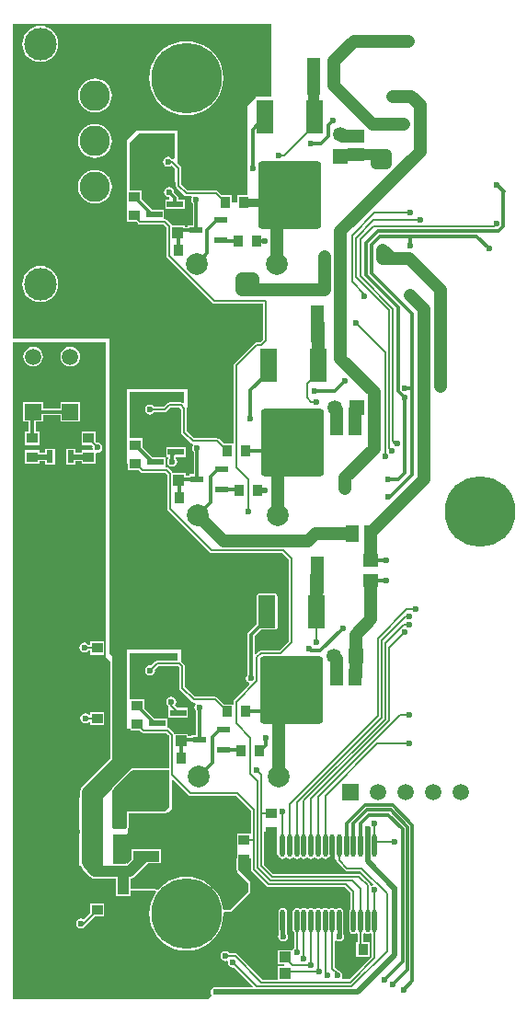
<source format=gbl>
%FSLAX44Y44*%
%MOMM*%
G71*
G01*
G75*
G04 Layer_Physical_Order=2*
G04 Layer_Color=16711680*
%ADD10R,3.0000X1.2000*%
%ADD11R,1.3000X0.8000*%
%ADD12R,1.0000X0.9000*%
%ADD13R,1.8000X1.3000*%
%ADD14R,1.0000X1.0000*%
%ADD15R,1.3000X1.5000*%
%ADD16R,1.5000X1.3000*%
%ADD17R,1.4000X1.2000*%
%ADD18R,1.6000X0.8000*%
%ADD19R,1.3000X3.4000*%
%ADD20R,0.9000X1.0000*%
%ADD21R,1.0000X1.0000*%
G04:AMPARAMS|DCode=22|XSize=1.4mm|YSize=2mm|CornerRadius=0.14mm|HoleSize=0mm|Usage=FLASHONLY|Rotation=0.000|XOffset=0mm|YOffset=0mm|HoleType=Round|Shape=RoundedRectangle|*
%AMROUNDEDRECTD22*
21,1,1.4000,1.7200,0,0,0.0*
21,1,1.1200,2.0000,0,0,0.0*
1,1,0.2800,0.5600,-0.8600*
1,1,0.2800,-0.5600,-0.8600*
1,1,0.2800,-0.5600,0.8600*
1,1,0.2800,0.5600,0.8600*
%
%ADD22ROUNDEDRECTD22*%
G04:AMPARAMS|DCode=23|XSize=1mm|YSize=2mm|CornerRadius=0.1mm|HoleSize=0mm|Usage=FLASHONLY|Rotation=0.000|XOffset=0mm|YOffset=0mm|HoleType=Round|Shape=RoundedRectangle|*
%AMROUNDEDRECTD23*
21,1,1.0000,1.8000,0,0,0.0*
21,1,0.8000,2.0000,0,0,0.0*
1,1,0.2000,0.4000,-0.9000*
1,1,0.2000,-0.4000,-0.9000*
1,1,0.2000,-0.4000,0.9000*
1,1,0.2000,0.4000,0.9000*
%
%ADD23ROUNDEDRECTD23*%
%ADD24R,1.2000X1.4000*%
G04:AMPARAMS|DCode=25|XSize=0.45mm|YSize=1.45mm|CornerRadius=0.045mm|HoleSize=0mm|Usage=FLASHONLY|Rotation=180.000|XOffset=0mm|YOffset=0mm|HoleType=Round|Shape=RoundedRectangle|*
%AMROUNDEDRECTD25*
21,1,0.4500,1.3600,0,0,180.0*
21,1,0.3600,1.4500,0,0,180.0*
1,1,0.0900,-0.1800,0.6800*
1,1,0.0900,0.1800,0.6800*
1,1,0.0900,0.1800,-0.6800*
1,1,0.0900,-0.1800,-0.6800*
%
%ADD25ROUNDEDRECTD25*%
%ADD26R,3.0000X3.1000*%
%ADD27O,1.6500X0.3500*%
%ADD28C,0.2000*%
%ADD29C,0.3500*%
%ADD30C,1.2000*%
%ADD31C,0.5000*%
%ADD32C,1.0000*%
%ADD33C,0.8000*%
%ADD34C,0.4500*%
%ADD35C,0.3000*%
%ADD36R,0.3000X1.4000*%
%ADD37R,1.1000X0.3000*%
%ADD38R,1.0000X0.5000*%
%ADD39R,1.5000X1.5000*%
%ADD40C,1.5000*%
%ADD41C,6.5000*%
%ADD42R,1.5000X1.5000*%
%ADD43R,1.3500X1.3500*%
%ADD44C,1.3500*%
%ADD45R,1.3500X1.3500*%
%ADD46C,2.8000*%
%ADD47C,3.0000*%
%ADD48C,2.0000*%
%ADD49C,0.6000*%
%ADD50C,0.5000*%
%ADD51R,0.6000X1.1500*%
G04:AMPARAMS|DCode=52|XSize=6.2mm|YSize=5.8mm|CornerRadius=0.29mm|HoleSize=0mm|Usage=FLASHONLY|Rotation=90.000|XOffset=0mm|YOffset=0mm|HoleType=Round|Shape=RoundedRectangle|*
%AMROUNDEDRECTD52*
21,1,6.2000,5.2200,0,0,90.0*
21,1,5.6200,5.8000,0,0,90.0*
1,1,0.5800,2.6100,2.8100*
1,1,0.5800,2.6100,-2.8100*
1,1,0.5800,-2.6100,-2.8100*
1,1,0.5800,-2.6100,2.8100*
%
%ADD52ROUNDEDRECTD52*%
G04:AMPARAMS|DCode=53|XSize=3mm|YSize=1.6mm|CornerRadius=0.08mm|HoleSize=0mm|Usage=FLASHONLY|Rotation=90.000|XOffset=0mm|YOffset=0mm|HoleType=Round|Shape=RoundedRectangle|*
%AMROUNDEDRECTD53*
21,1,3.0000,1.4400,0,0,90.0*
21,1,2.8400,1.6000,0,0,90.0*
1,1,0.1600,0.7200,1.4200*
1,1,0.1600,0.7200,-1.4200*
1,1,0.1600,-0.7200,-1.4200*
1,1,0.1600,-0.7200,1.4200*
%
%ADD53ROUNDEDRECTD53*%
%ADD54R,1.5000X0.6000*%
%ADD55R,1.1500X0.6000*%
%ADD56O,0.4500X2.1000*%
%ADD57R,2.4000X1.0000*%
%ADD58R,2.4000X3.3000*%
%ADD59R,1.3000X2.7000*%
G36*
X616476Y538476D02*
X625385D01*
X627680Y536180D01*
X628515Y535622D01*
X629500Y535426D01*
X650934D01*
X652427Y533934D01*
Y503000D01*
X652622Y502015D01*
X653180Y501180D01*
X691704Y462656D01*
X692539Y462098D01*
X693524Y461903D01*
X758458D01*
X764426Y455934D01*
Y380840D01*
X755934Y372347D01*
X738653D01*
X737669Y372151D01*
X736834Y371594D01*
X734012Y368772D01*
X732838Y369258D01*
Y385117D01*
X739151Y391430D01*
X751450D01*
X752357Y391611D01*
X753126Y392124D01*
X753639Y392893D01*
X753820Y393800D01*
Y422200D01*
X753639Y423107D01*
X753126Y423876D01*
X752357Y424389D01*
X751450Y424570D01*
X737050D01*
X736143Y424389D01*
X735375Y423876D01*
X734861Y423107D01*
X734680Y422200D01*
Y396401D01*
X727140Y388860D01*
X726416Y387777D01*
X726162Y386500D01*
Y349647D01*
X725238Y348265D01*
X724887Y346500D01*
X725238Y344735D01*
X726238Y343238D01*
X727735Y342239D01*
X727832Y342219D01*
X728201Y341004D01*
X714180Y326983D01*
X713622Y326149D01*
X713427Y325164D01*
Y322524D01*
X704615D01*
X698320Y328820D01*
X697485Y329378D01*
X696500Y329574D01*
X678066D01*
X668573Y339066D01*
Y358000D01*
X668378Y358985D01*
X667820Y359820D01*
X665296Y362344D01*
X665000Y362541D01*
Y363000D01*
Y373000D01*
X609000D01*
Y544000D01*
X616476D01*
Y538476D01*
D02*
G37*
G36*
X662000Y363097D02*
X643000D01*
X642015Y362902D01*
X641180Y362344D01*
X637351Y358514D01*
X636539Y358676D01*
X634774Y358325D01*
X633277Y357325D01*
X632277Y355828D01*
X631926Y354063D01*
X632277Y352298D01*
X633277Y350802D01*
X634774Y349802D01*
X636539Y349450D01*
X638304Y349802D01*
X639801Y350802D01*
X640800Y352298D01*
X641152Y354063D01*
X640990Y354875D01*
X644066Y357951D01*
X662410D01*
X663427Y356934D01*
Y338000D01*
X663622Y337015D01*
X664180Y336180D01*
X675180Y325180D01*
X676015Y324622D01*
X677000Y324427D01*
X677960D01*
X678738Y323262D01*
X677738Y321765D01*
X677387Y320000D01*
X677738Y318235D01*
X678412Y317227D01*
Y294524D01*
X674476D01*
Y293338D01*
X671524D01*
Y295524D01*
X659384D01*
X659378Y295554D01*
X658820Y296389D01*
X654389Y300820D01*
X653554Y301378D01*
X652570Y301574D01*
X652524D01*
Y310024D01*
X640836D01*
X631524Y319336D01*
Y327524D01*
X618476D01*
D01*
X618476D01*
X618000Y328000D01*
Y370000D01*
X662000D01*
Y363097D01*
D02*
G37*
G36*
X668000Y600299D02*
X666827Y599813D01*
X666820Y599820D01*
X665985Y600378D01*
X665000Y600573D01*
X654000D01*
X653015Y600378D01*
X652180Y599820D01*
X648934Y596573D01*
X640119D01*
X639660Y597262D01*
X638163Y598261D01*
X636398Y598613D01*
X634633Y598261D01*
X633136Y597262D01*
X632136Y595765D01*
X631785Y594000D01*
X632136Y592235D01*
X633136Y590738D01*
X634633Y589739D01*
X636398Y589387D01*
X638163Y589739D01*
X639660Y590738D01*
X640119Y591427D01*
X650000D01*
X650985Y591622D01*
X651820Y592180D01*
X655066Y595426D01*
X663934D01*
X665427Y593934D01*
Y573000D01*
X665622Y572015D01*
X666180Y571180D01*
X674180Y563180D01*
X675015Y562622D01*
X675555Y562515D01*
X676000Y561440D01*
Y561281D01*
X675489Y560515D01*
X675137Y558750D01*
X675489Y556985D01*
X676488Y555488D01*
X676667Y555369D01*
Y534524D01*
X672476D01*
Y533083D01*
X669524D01*
Y535524D01*
X657469D01*
X657378Y535985D01*
X656820Y536820D01*
X653820Y539820D01*
X652985Y540378D01*
X652000Y540573D01*
X650524D01*
Y540976D01*
X650524D01*
Y550024D01*
X638836D01*
X629524Y559336D01*
Y567524D01*
X618000D01*
Y610000D01*
X668000D01*
Y600299D01*
D02*
G37*
G36*
X615476Y770913D02*
Y766476D01*
X624385D01*
X625680Y765180D01*
X626515Y764622D01*
X627500Y764426D01*
X648934D01*
X651426Y761934D01*
Y735538D01*
X651622Y734554D01*
X652180Y733719D01*
X693719Y692180D01*
X694554Y691622D01*
X695538Y691427D01*
X740427D01*
Y658496D01*
X737980Y656049D01*
X734476D01*
X733491Y655854D01*
X732656Y655296D01*
X714180Y636820D01*
X713622Y635985D01*
X713427Y635000D01*
Y562524D01*
X704615D01*
X700320Y566820D01*
X699485Y567378D01*
X698500Y567573D01*
X677066D01*
X670574Y574066D01*
Y595000D01*
X670378Y595985D01*
X670220Y596220D01*
X671000Y597000D01*
Y613000D01*
X615000D01*
Y614000D01*
X614006Y771099D01*
X614302Y771397D01*
X615476Y770913D01*
D02*
G37*
G36*
X672180Y239180D02*
X673015Y238622D01*
X674000Y238426D01*
X715934D01*
X729427Y224934D01*
Y203524D01*
X716476D01*
Y191476D01*
X717000D01*
Y186524D01*
X716476D01*
Y180975D01*
X716350Y180672D01*
Y180672D01*
Y170328D01*
X716476Y170025D01*
Y169697D01*
X716708Y169137D01*
X716940Y168905D01*
X717066Y168601D01*
X727350Y158317D01*
Y158317D01*
Y156667D01*
Y150683D01*
X710317Y133650D01*
X704907D01*
X704875Y133636D01*
X703791Y134299D01*
X703709Y135339D01*
X702459Y140547D01*
X700409Y145494D01*
X697611Y150061D01*
X694133Y154133D01*
X690061Y157611D01*
X685494Y160409D01*
X680546Y162459D01*
X675339Y163709D01*
X670000Y164129D01*
X664661Y163709D01*
X659454Y162459D01*
X654506Y160409D01*
X649939Y157611D01*
X645867Y154133D01*
X644045Y152000D01*
X642900D01*
X642831Y152166D01*
X642443Y152327D01*
X642113Y152588D01*
X641881Y152560D01*
X641665Y152650D01*
X618580D01*
Y162511D01*
X619405Y162620D01*
X620992Y163277D01*
X622355Y164323D01*
X634508Y176476D01*
X646524D01*
Y189524D01*
X633428D01*
X633000Y189580D01*
X631726D01*
X631299Y189524D01*
X619476D01*
Y180056D01*
X615703Y176283D01*
X614516Y176734D01*
X613000Y202000D01*
X616000Y203000D01*
Y206976D01*
X616524D01*
Y208697D01*
X616650Y209000D01*
Y222350D01*
X650000D01*
X650825Y222692D01*
X651166Y222834D01*
X651333Y223000D01*
X653000D01*
X657000Y227000D01*
Y252701D01*
X658173Y253187D01*
X672180Y239180D01*
D02*
G37*
G36*
X596000Y655000D02*
X596000D01*
X596000Y655000D01*
Y366500D01*
X600000Y362500D01*
Y272732D01*
X574134Y246866D01*
X572928Y245294D01*
X572549Y244379D01*
X572170Y243464D01*
X571911Y241500D01*
X571911Y241500D01*
Y237024D01*
X571476D01*
Y206976D01*
X571911D01*
Y204024D01*
X571476D01*
Y173976D01*
X573120D01*
X573144Y173797D01*
X573801Y172210D01*
X574847Y170847D01*
X581371Y164323D01*
X582734Y163277D01*
D01*
D01*
Y163277D01*
X582734Y163277D01*
D01*
D01*
X582734D01*
Y163277D01*
D01*
X582734D01*
Y163277D01*
X584321Y162620D01*
X586024Y162396D01*
X605420D01*
Y155000D01*
X605476Y154572D01*
Y146476D01*
X618524D01*
Y151000D01*
X641535D01*
X641646Y150969D01*
X641700Y150915D01*
X641734Y150834D01*
X641734Y150834D01*
X641734D01*
X642389Y150061D01*
X639591Y145494D01*
X637541Y140547D01*
X636291Y135339D01*
X635871Y130000D01*
X636291Y124661D01*
X637541Y119453D01*
X639591Y114506D01*
X642389Y109939D01*
X645867Y105867D01*
X649939Y102389D01*
X654506Y99591D01*
X659454Y97541D01*
X664661Y96291D01*
X670000Y95871D01*
X675339Y96291D01*
X680546Y97541D01*
X685494Y99591D01*
X690061Y102389D01*
X694133Y105867D01*
X697611Y109939D01*
X700409Y114506D01*
X702459Y119453D01*
X703709Y124661D01*
X704129Y130000D01*
X704045Y131067D01*
X704907Y132000D01*
X711000D01*
X729000Y150000D01*
Y156667D01*
Y159000D01*
X729000D01*
X728517Y159483D01*
X728517Y159483D01*
X718446Y169554D01*
X718232Y169768D01*
X718000Y170328D01*
Y170656D01*
Y180344D01*
X718000Y180344D01*
Y180672D01*
X718126Y180975D01*
Y181000D01*
X729427D01*
Y171000D01*
X729622Y170015D01*
X730180Y169180D01*
X744180Y155180D01*
X745015Y154622D01*
X746000Y154426D01*
X815934D01*
X821177Y149184D01*
Y134569D01*
X821029Y134471D01*
X820195Y133223D01*
X819902Y131750D01*
Y115250D01*
X820195Y113777D01*
X821029Y112529D01*
X822278Y111695D01*
X823750Y111402D01*
X825223Y111695D01*
X826471Y112529D01*
D01*
X827677Y111723D01*
Y103524D01*
X826476D01*
Y90476D01*
X838524D01*
Y103524D01*
X832823D01*
Y111723D01*
X834029Y112529D01*
D01*
X835277Y111695D01*
X836750Y111402D01*
X838223Y111695D01*
X839471Y112529D01*
D01*
X840677Y111723D01*
Y90316D01*
X820361Y70000D01*
X813782D01*
X813183Y71120D01*
X813260Y71235D01*
X813611Y73000D01*
X813260Y74765D01*
X812260Y76262D01*
X810764Y77261D01*
X810282Y77357D01*
X806824Y80816D01*
Y105086D01*
X807943Y105684D01*
X808985Y104988D01*
X810750Y104637D01*
X812515Y104988D01*
X814012Y105988D01*
X815012Y107485D01*
X815363Y109250D01*
X815012Y111015D01*
X814598Y111634D01*
Y123500D01*
X814598Y123500D01*
X814598Y123500D01*
Y123500D01*
Y131750D01*
X814305Y133223D01*
X813471Y134471D01*
X812223Y135305D01*
X810750Y135598D01*
X809277Y135305D01*
X808029Y134471D01*
X806971D01*
X805723Y135305D01*
X804250Y135598D01*
X802777Y135305D01*
X801529Y134471D01*
X800471D01*
X799223Y135305D01*
X797750Y135598D01*
X796277Y135305D01*
X795029Y134471D01*
X793971D01*
X792723Y135305D01*
X791250Y135598D01*
X789778Y135305D01*
X788529Y134471D01*
X787471D01*
X786223Y135305D01*
X784750Y135598D01*
X783278Y135305D01*
X782029Y134471D01*
X780971D01*
X779723Y135305D01*
X778250Y135598D01*
X776777Y135305D01*
X775529Y134471D01*
X774471D01*
X773223Y135305D01*
X771750Y135598D01*
X770277Y135305D01*
X769029Y134471D01*
X768195Y133223D01*
X767902Y131750D01*
Y115250D01*
X768195Y113777D01*
X769029Y112529D01*
X769177Y112430D01*
Y98397D01*
X768262Y97786D01*
X767419Y96524D01*
X754476D01*
Y83476D01*
X759639D01*
Y83000D01*
Y81524D01*
X754476D01*
Y69573D01*
X739878D01*
X716632Y92820D01*
X715797Y93378D01*
X714812Y93573D01*
X709721D01*
X709262Y94262D01*
X707765Y95261D01*
X706000Y95613D01*
X704235Y95261D01*
X702738Y94262D01*
X701739Y92765D01*
X701387Y91000D01*
X701739Y89235D01*
X702738Y87738D01*
X704235Y86739D01*
X706000Y86387D01*
X707652Y86716D01*
X708038Y86330D01*
X708511Y85622D01*
X708387Y85000D01*
X708738Y83235D01*
X709738Y81738D01*
X711235Y80738D01*
X713000Y80387D01*
X713812Y80549D01*
X731108Y63252D01*
X730622Y62079D01*
X699039D01*
X698765Y62262D01*
X697000Y62613D01*
X695235Y62262D01*
X693738Y61262D01*
X692738Y59765D01*
X692387Y58000D01*
X692738Y56235D01*
X693738Y54738D01*
X693743Y54695D01*
X690048Y51000D01*
X510000D01*
Y656000D01*
X595586D01*
X596000Y655000D01*
D02*
G37*
G36*
X654000Y228000D02*
X650000Y224000D01*
X615000D01*
Y209000D01*
X602000D01*
Y233000D01*
Y243667D01*
X602835Y244502D01*
X602961Y244805D01*
X603192Y245037D01*
X603302Y245302D01*
X619198Y261198D01*
X619373Y261270D01*
X619373Y261270D01*
X619373D01*
X619463Y261308D01*
X619695Y261539D01*
X619998Y261665D01*
X620333Y262000D01*
X654000D01*
Y228000D01*
D02*
G37*
G36*
X745528Y204264D02*
X743000Y203000D01*
X753000D01*
Y185000D01*
X755000Y183000D01*
X755151D01*
X755195Y182777D01*
X756029Y181529D01*
X757278Y180695D01*
X758750Y180402D01*
X760223Y180695D01*
X761471Y181529D01*
X762529D01*
X763777Y180695D01*
X765250Y180402D01*
X766723Y180695D01*
X767971Y181529D01*
X769029D01*
X770277Y180695D01*
X771750Y180402D01*
X773223Y180695D01*
X774471Y181529D01*
X775529D01*
X776777Y180695D01*
X778250Y180402D01*
X779723Y180695D01*
X780971Y181529D01*
X782029D01*
X783278Y180695D01*
X784750Y180402D01*
X786223Y180695D01*
X787471Y181529D01*
X788529D01*
X789778Y180695D01*
X791250Y180402D01*
X792723Y180695D01*
X793971Y181529D01*
X795029D01*
X796277Y180695D01*
X797750Y180402D01*
X799223Y180695D01*
X800471Y181529D01*
X801305Y182777D01*
X801349Y183000D01*
X804250D01*
X808220Y179030D01*
X808372Y178265D01*
X808930Y177430D01*
X816180Y170180D01*
X817015Y169622D01*
X818000Y169427D01*
X829934D01*
X842087Y157273D01*
X841719Y156058D01*
X841485Y156011D01*
X840443Y155316D01*
X839324Y155914D01*
Y156250D01*
X839324Y156250D01*
X839324Y156250D01*
Y156250D01*
X839324D01*
X839324Y156250D01*
X839128Y157235D01*
X838570Y158070D01*
X830772Y165868D01*
X829937Y166425D01*
X828952Y166621D01*
X750018D01*
X741621Y175018D01*
Y205500D01*
X745236D01*
X745528Y204264D01*
D02*
G37*
G36*
X748000Y882000D02*
X731000D01*
X726000Y877000D01*
Y850000D01*
Y791524D01*
X716476D01*
Y785000D01*
X711524D01*
Y791524D01*
X702616D01*
X699320Y794820D01*
X698485Y795378D01*
X697500Y795573D01*
X671066D01*
X665573Y801066D01*
Y816000D01*
X665378Y816985D01*
X664820Y817820D01*
X662000Y820639D01*
Y852000D01*
X617000D01*
X609000Y844000D01*
Y654000D01*
X604000D01*
Y300000D01*
X618476D01*
Y298476D01*
X627385D01*
X628680Y297180D01*
X629515Y296622D01*
X630500Y296427D01*
X651504D01*
X654427Y293503D01*
Y264000D01*
X620000D01*
X618831Y262831D01*
X618742Y262794D01*
X618205Y262572D01*
X616634Y261366D01*
X616634Y261366D01*
X603134Y247866D01*
X601928Y246294D01*
X601669Y245669D01*
X593000Y237000D01*
Y192000D01*
Y172000D01*
Y166000D01*
X586000D01*
X576000Y176000D01*
Y244000D01*
Y246000D01*
X602000Y272000D01*
Y367000D01*
X599000Y370000D01*
Y372000D01*
Y654000D01*
Y659000D01*
X510000D01*
Y949000D01*
X748000D01*
Y882000D01*
D02*
G37*
G36*
X659000Y825897D02*
X657985Y824378D01*
X657000Y824574D01*
X656719D01*
X656260Y825260D01*
X654764Y826260D01*
X652999Y826611D01*
X651234Y826260D01*
X649737Y825260D01*
X648737Y823764D01*
X648386Y821998D01*
X648737Y820233D01*
X649737Y818737D01*
X651234Y817737D01*
X652999Y817386D01*
X654764Y817737D01*
X656260Y818737D01*
X656591Y818769D01*
X659000Y816361D01*
Y804000D01*
X660426Y802573D01*
Y800000D01*
X660622Y799015D01*
X661180Y798180D01*
X668180Y791180D01*
X669015Y790622D01*
X670000Y790426D01*
X674501D01*
X675100Y789306D01*
X674738Y788765D01*
X674387Y787000D01*
X674738Y785235D01*
X675738Y783738D01*
X675917Y783619D01*
Y763524D01*
X671476D01*
Y762083D01*
X668524D01*
Y763524D01*
X656469D01*
X656378Y763985D01*
X655820Y764820D01*
X651820Y768820D01*
X650985Y769378D01*
X650000Y769573D01*
X649524D01*
Y778024D01*
X638197D01*
X628524Y787697D01*
Y795524D01*
X618000D01*
Y840000D01*
X626000Y848000D01*
X659000D01*
Y825897D01*
D02*
G37*
%LPC*%
G36*
X586000Y856599D02*
X582957Y856299D01*
X580031Y855412D01*
X577334Y853970D01*
X574970Y852030D01*
X573030Y849666D01*
X571588Y846970D01*
X570701Y844043D01*
X570401Y841000D01*
X570701Y837957D01*
X571588Y835031D01*
X573030Y832334D01*
X574970Y829970D01*
X577334Y828030D01*
X580031Y826588D01*
X582957Y825701D01*
X586000Y825401D01*
X589043Y825701D01*
X591969Y826588D01*
X594666Y828030D01*
X597030Y829970D01*
X598804Y832131D01*
X599000Y832061D01*
Y832389D01*
X600412Y835031D01*
X601299Y837957D01*
X601599Y841000D01*
X601299Y844043D01*
X600412Y846970D01*
X599000Y849611D01*
Y849939D01*
X598804Y849869D01*
X597030Y852030D01*
X594666Y853970D01*
X591969Y855412D01*
X589043Y856299D01*
X586000Y856599D01*
D02*
G37*
G36*
X594524Y315524D02*
X581476D01*
Y314073D01*
X580262Y313262D01*
X578765Y314261D01*
X577000Y314613D01*
X575235Y314261D01*
X573738Y313262D01*
X572738Y311765D01*
X572387Y310000D01*
X572738Y308235D01*
X573738Y306738D01*
X575235Y305739D01*
X577000Y305387D01*
X578765Y305739D01*
X580262Y306738D01*
X581476Y305927D01*
Y303476D01*
X594524D01*
Y315524D01*
D02*
G37*
G36*
X656000Y329613D02*
X654235Y329262D01*
X652738Y328262D01*
X651739Y326765D01*
X651387Y325000D01*
X651739Y323235D01*
X652738Y321738D01*
X653477Y321245D01*
X653622Y320515D01*
X654180Y319680D01*
Y319680D01*
X653476Y319524D01*
X653476D01*
Y310476D01*
X671524D01*
Y319524D01*
X661615D01*
X659317Y321822D01*
X660262Y323235D01*
X660613Y325000D01*
X660262Y326765D01*
X659262Y328262D01*
X657765Y329262D01*
X656000Y329613D01*
D02*
G37*
G36*
X535500Y947104D02*
X532261Y946785D01*
X529146Y945840D01*
X526275Y944306D01*
X523759Y942241D01*
X521694Y939725D01*
X520160Y936854D01*
X519215Y933739D01*
X518896Y930500D01*
X519215Y927261D01*
X520160Y924146D01*
X521694Y921275D01*
X523759Y918759D01*
X526275Y916694D01*
X529146Y915160D01*
X532261Y914215D01*
X535500Y913896D01*
X538739Y914215D01*
X541854Y915160D01*
X544725Y916694D01*
X547241Y918759D01*
X549306Y921275D01*
X550840Y924146D01*
X551785Y927261D01*
X552104Y930500D01*
X551785Y933739D01*
X550840Y936854D01*
X549306Y939725D01*
X547241Y942241D01*
X544725Y944306D01*
X541854Y945840D01*
X538739Y946785D01*
X535500Y947104D01*
D02*
G37*
G36*
X758750Y135598D02*
X757278Y135305D01*
X756096Y134516D01*
D01*
X756029Y134471D01*
X755195Y133223D01*
X754902Y131750D01*
Y123500D01*
Y115250D01*
Y111010D01*
X754738Y110765D01*
X754387Y109000D01*
X754738Y107235D01*
X755738Y105738D01*
X757235Y104739D01*
X759000Y104387D01*
X759000Y104387D01*
X759000Y104387D01*
X760765Y104739D01*
X762262Y105738D01*
X763261Y107235D01*
X763613Y109000D01*
X763261Y110765D01*
X762598Y111758D01*
Y123500D01*
Y131750D01*
X762305Y133223D01*
X761471Y134471D01*
X760223Y135305D01*
X758750Y135598D01*
D02*
G37*
G36*
X594524Y139524D02*
X581476D01*
Y130615D01*
X575579Y124718D01*
X574765Y125261D01*
X573000Y125613D01*
X571235Y125261D01*
X569738Y124262D01*
X568739Y122765D01*
X568387Y121000D01*
X568739Y119235D01*
X569738Y117738D01*
X571235Y116739D01*
X573000Y116387D01*
X574765Y116739D01*
X576262Y117738D01*
X577149Y119066D01*
X577320Y119180D01*
X585615Y127476D01*
X594524D01*
Y139524D01*
D02*
G37*
G36*
X670000Y933129D02*
X664661Y932709D01*
X659454Y931459D01*
X654506Y929409D01*
X649939Y926611D01*
X645867Y923133D01*
X642389Y919061D01*
X639591Y914494D01*
X637541Y909547D01*
X636291Y904339D01*
X635871Y899000D01*
X636291Y893661D01*
X637541Y888454D01*
X639591Y883506D01*
X642389Y878939D01*
X645867Y874867D01*
X649939Y871389D01*
X654506Y868591D01*
X659454Y866541D01*
X664661Y865291D01*
X670000Y864871D01*
X675339Y865291D01*
X680546Y866541D01*
X685494Y868591D01*
X690061Y871389D01*
X694133Y874867D01*
X697611Y878939D01*
X700409Y883506D01*
X702459Y888454D01*
X703709Y893661D01*
X704129Y899000D01*
X703709Y904339D01*
X702459Y909547D01*
X700409Y914494D01*
X697611Y919061D01*
X694133Y923133D01*
X690061Y926611D01*
X685494Y929409D01*
X680546Y931459D01*
X675339Y932709D01*
X670000Y933129D01*
D02*
G37*
G36*
X586000Y898599D02*
X582957Y898299D01*
X580031Y897412D01*
X577334Y895970D01*
X574970Y894030D01*
X573030Y891666D01*
X571588Y888969D01*
X570701Y886043D01*
X570401Y883000D01*
X570701Y879957D01*
X571588Y877030D01*
X573030Y874334D01*
X574970Y871970D01*
X577334Y870030D01*
X580031Y868588D01*
X582957Y867701D01*
X586000Y867401D01*
X589043Y867701D01*
X591969Y868588D01*
X594666Y870030D01*
X597030Y871970D01*
X598804Y874131D01*
X599000Y874061D01*
Y874389D01*
X600412Y877030D01*
X601299Y879957D01*
X601599Y883000D01*
X601299Y886043D01*
X600412Y888969D01*
X599000Y891611D01*
Y891939D01*
X598804Y891869D01*
X597030Y894030D01*
X594666Y895970D01*
X591969Y897412D01*
X589043Y898299D01*
X586000Y898599D01*
D02*
G37*
G36*
Y814599D02*
X582957Y814299D01*
X580031Y813412D01*
X577334Y811970D01*
X574970Y810030D01*
X573030Y807666D01*
X571588Y804969D01*
X570701Y802043D01*
X570401Y799000D01*
X570701Y795957D01*
X571588Y793030D01*
X573030Y790334D01*
X574970Y787970D01*
X577334Y786030D01*
X580031Y784588D01*
X582957Y783701D01*
X586000Y783401D01*
X589043Y783701D01*
X591969Y784588D01*
X594666Y786030D01*
X597030Y787970D01*
X598804Y790131D01*
X599000Y790061D01*
Y790389D01*
X600412Y793030D01*
X601299Y795957D01*
X601599Y799000D01*
X601299Y802043D01*
X600412Y804969D01*
X599000Y807611D01*
Y807939D01*
X598804Y807869D01*
X597030Y810030D01*
X594666Y811970D01*
X591969Y813412D01*
X589043Y814299D01*
X586000Y814599D01*
D02*
G37*
G36*
X529000Y651902D02*
X526644Y651592D01*
X524449Y650682D01*
X522564Y649236D01*
X521118Y647351D01*
X520208Y645156D01*
X519898Y642800D01*
X520208Y640444D01*
X521118Y638249D01*
X522564Y636364D01*
X524449Y634918D01*
X526644Y634008D01*
X529000Y633698D01*
X531356Y634008D01*
X533551Y634918D01*
X535436Y636364D01*
X536882Y638249D01*
X537792Y640444D01*
X538102Y642800D01*
X537792Y645156D01*
X536882Y647351D01*
X535436Y649236D01*
X533551Y650682D01*
X531356Y651592D01*
X529000Y651902D01*
D02*
G37*
G36*
X654000Y798613D02*
X652235Y798261D01*
X650738Y797262D01*
X649738Y795765D01*
X649387Y794000D01*
X649738Y792235D01*
X650738Y790738D01*
X652235Y789738D01*
X653820Y789423D01*
X654419Y788303D01*
X654096Y787524D01*
X650476D01*
Y778476D01*
X668524D01*
Y787524D01*
X662838D01*
Y788500D01*
X662584Y789777D01*
X661860Y790860D01*
X658586Y794135D01*
X658261Y795765D01*
X657262Y797262D01*
X655765Y798261D01*
X654000Y798613D01*
D02*
G37*
G36*
X535500Y726104D02*
X532261Y725785D01*
X529146Y724840D01*
X526275Y723306D01*
X523759Y721241D01*
X521694Y718725D01*
X520160Y715854D01*
X519215Y712739D01*
X518896Y709500D01*
X519215Y706261D01*
X520160Y703146D01*
X521694Y700275D01*
X523759Y697759D01*
X526275Y695694D01*
X529146Y694160D01*
X532261Y693215D01*
X535500Y692896D01*
X538739Y693215D01*
X541854Y694160D01*
X544725Y695694D01*
X547241Y697759D01*
X549306Y700275D01*
X550840Y703146D01*
X551785Y706261D01*
X552104Y709500D01*
X551785Y712739D01*
X550840Y715854D01*
X549306Y718725D01*
X547241Y721241D01*
X544725Y723306D01*
X541854Y724840D01*
X538739Y725785D01*
X535500Y726104D01*
D02*
G37*
G36*
X563000Y651902D02*
X560644Y651592D01*
X558449Y650682D01*
X556564Y649236D01*
X555118Y647351D01*
X554208Y645156D01*
X553898Y642800D01*
X554208Y640444D01*
X555118Y638249D01*
X556564Y636364D01*
X558449Y634918D01*
X560644Y634008D01*
X563000Y633698D01*
X565356Y634008D01*
X567551Y634918D01*
X569436Y636364D01*
X570882Y638249D01*
X571792Y640444D01*
X572102Y642800D01*
X571792Y645156D01*
X570882Y647351D01*
X569436Y649236D01*
X567551Y650682D01*
X565356Y651592D01*
X563000Y651902D01*
D02*
G37*
G36*
X572024Y601024D02*
X553976D01*
Y595083D01*
X538024D01*
Y601024D01*
X519976D01*
Y582976D01*
X524917D01*
Y573524D01*
X521476D01*
Y561476D01*
X534524D01*
Y573524D01*
X531083D01*
Y582976D01*
X538024D01*
Y588917D01*
X553976D01*
Y582976D01*
X572024D01*
Y601024D01*
D02*
G37*
G36*
X669524Y559524D02*
X651476D01*
Y550476D01*
X653662D01*
Y549147D01*
X652738Y547765D01*
X652387Y546000D01*
X652738Y544235D01*
X653738Y542738D01*
X655235Y541739D01*
X657000Y541387D01*
X658765Y541739D01*
X660262Y542738D01*
X661262Y544235D01*
X661613Y546000D01*
X661262Y547765D01*
X660338Y549147D01*
Y550117D01*
X660697Y550476D01*
X669524D01*
Y559524D01*
D02*
G37*
G36*
X594524Y380524D02*
X581476D01*
Y377074D01*
X580056D01*
X579262Y378262D01*
X577765Y379262D01*
X576000Y379613D01*
X574235Y379262D01*
X572738Y378262D01*
X571739Y376765D01*
X571387Y375000D01*
X571739Y373235D01*
X572738Y371738D01*
X574235Y370738D01*
X576000Y370387D01*
X577765Y370738D01*
X579262Y371738D01*
X579387Y371927D01*
X581476D01*
Y368476D01*
X594524D01*
Y380524D01*
D02*
G37*
G36*
X549024Y558024D02*
X539976D01*
Y554603D01*
X534524D01*
Y556524D01*
X521476D01*
Y544476D01*
X534524D01*
Y546397D01*
X539976D01*
Y543476D01*
X549024D01*
Y558024D01*
D02*
G37*
G36*
X586524Y573524D02*
X573476D01*
Y561476D01*
X582385D01*
X583631Y560230D01*
X583386Y558999D01*
X583683Y557506D01*
X582878Y556524D01*
X573476D01*
Y554603D01*
X568024D01*
Y558024D01*
X558976D01*
Y543476D01*
X568024D01*
Y546397D01*
X573476D01*
Y544476D01*
X586524D01*
Y553679D01*
X587506Y554484D01*
X587999Y554386D01*
X589764Y554737D01*
X591260Y555737D01*
X592260Y557234D01*
X592611Y558999D01*
X592260Y560764D01*
X591260Y562261D01*
X589764Y563260D01*
X587999Y563611D01*
X587606Y563533D01*
X586524Y564615D01*
Y573524D01*
D02*
G37*
%LPD*%
D12*
X528000Y567500D02*
D03*
Y550500D02*
D03*
X580000Y550500D02*
D03*
Y567500D02*
D03*
X612000Y152500D02*
D03*
Y135500D02*
D03*
X622000Y772500D02*
D03*
Y789500D02*
D03*
X623000Y544500D02*
D03*
Y561500D02*
D03*
X625000Y304500D02*
D03*
Y321500D02*
D03*
X748000Y205500D02*
D03*
Y222500D02*
D03*
X723000Y180500D02*
D03*
Y197500D02*
D03*
X588000Y309500D02*
D03*
Y292500D02*
D03*
Y374500D02*
D03*
Y357500D02*
D03*
Y133500D02*
D03*
Y116500D02*
D03*
D14*
X646000Y757000D02*
D03*
X662000D02*
D03*
X647000Y529000D02*
D03*
X663000D02*
D03*
X649000Y289000D02*
D03*
X665000D02*
D03*
X745000Y90000D02*
D03*
X761000D02*
D03*
X745000Y75000D02*
D03*
X761000D02*
D03*
D15*
X825500Y578000D02*
D03*
X808500D02*
D03*
X839500Y480000D02*
D03*
X822500D02*
D03*
X825500Y348000D02*
D03*
X808500D02*
D03*
D16*
X826000Y828500D02*
D03*
Y845500D02*
D03*
D17*
X840000Y437000D02*
D03*
Y455000D02*
D03*
D19*
X728500Y901000D02*
D03*
X787500D02*
D03*
X731500Y673000D02*
D03*
X790500D02*
D03*
X731500Y442000D02*
D03*
X790500D02*
D03*
D20*
X722500Y785000D02*
D03*
X705500D02*
D03*
X671750Y809000D02*
D03*
X654750D02*
D03*
X662500Y741000D02*
D03*
X645500D02*
D03*
X734500Y749000D02*
D03*
X717500D02*
D03*
X676500Y590000D02*
D03*
X659500D02*
D03*
X663500Y513000D02*
D03*
X646500D02*
D03*
X724500Y556000D02*
D03*
X707500D02*
D03*
X735500Y520000D02*
D03*
X718500D02*
D03*
X674500Y353000D02*
D03*
X657500D02*
D03*
X665500Y273000D02*
D03*
X648500D02*
D03*
X724500Y316000D02*
D03*
X707500D02*
D03*
X737500Y280000D02*
D03*
X720500D02*
D03*
X815500Y97000D02*
D03*
X832500D02*
D03*
D28*
X843142Y775000D02*
X876000D01*
X826000Y674000D02*
X853000Y647000D01*
X580000Y567500D02*
X587999Y559501D01*
Y558999D02*
Y559501D01*
Y558999D02*
X587999D01*
X717000Y241000D02*
X732000Y226000D01*
X674000Y241000D02*
X717000D01*
X657000Y258000D02*
X674000Y241000D01*
X657000Y258000D02*
Y294569D01*
X843250Y123500D02*
Y151750D01*
X844000Y196000D02*
X862000D01*
X854524Y95540D02*
Y148476D01*
X831000Y172000D02*
X854524Y148476D01*
X818000Y172000D02*
X831000D01*
X723000Y197500D02*
X731500D01*
X739548Y222500D02*
X748000D01*
X830250Y99250D02*
Y123500D01*
X748952Y164048D02*
X828952D01*
X739048Y173952D02*
X748952Y164048D01*
X739048Y173952D02*
Y257952D01*
X747476Y160524D02*
X822476D01*
X735524Y172476D02*
X747476Y160524D01*
X735524Y172476D02*
Y252476D01*
X746000Y157000D02*
X817000D01*
X732000Y171000D02*
X746000Y157000D01*
X732000Y171000D02*
Y226000D01*
X729000Y259000D02*
X735524Y252476D01*
X735000Y262000D02*
X739048Y257952D01*
X729000Y259000D02*
Y292000D01*
X716000Y305000D02*
X729000Y292000D01*
X758750Y192500D02*
Y223750D01*
X843250Y89250D02*
Y123500D01*
X873000Y410000D02*
X881000D01*
X846000Y383000D02*
X873000Y410000D01*
X846000Y312000D02*
Y383000D01*
X872000Y404000D02*
X874999D01*
X849524Y381524D02*
X872000Y404000D01*
X849524Y310540D02*
Y381524D01*
X870000Y396000D02*
X875000D01*
X853048Y379048D02*
X870000Y396000D01*
X853048Y309081D02*
Y379048D01*
X856572Y374572D02*
X871000Y389000D01*
X856572Y307621D02*
Y374572D01*
X836750Y123500D02*
Y156250D01*
X828952Y164048D02*
X836750Y156250D01*
X727000Y500000D02*
Y530000D01*
X716000Y541000D02*
X727000Y530000D01*
X716000Y541000D02*
Y635000D01*
X734476Y653476D01*
X739045D02*
X743000Y657430D01*
Y693000D01*
X734476Y653476D02*
X739045D01*
X742000Y694000D02*
X743000Y693000D01*
X695538Y694000D02*
X742000D01*
X654000Y735538D02*
X695538Y694000D01*
X830250Y123500D02*
Y152750D01*
X822476Y160524D02*
X830250Y152750D01*
X716000Y305000D02*
Y325164D01*
X735024Y344188D02*
Y366145D01*
X738653Y369774D01*
X716000Y325164D02*
X735024Y344188D01*
X738653Y369774D02*
X757000D01*
X767000Y379774D01*
Y457000D01*
X759524Y464476D02*
X767000Y457000D01*
X693524Y464476D02*
X759524D01*
X655000Y503000D02*
X693524Y464476D01*
X823750Y123500D02*
Y150250D01*
X817000Y157000D02*
X823750Y150250D01*
X654000Y735538D02*
Y763000D01*
X650000Y767000D02*
X654000Y763000D01*
X627500Y767000D02*
X650000D01*
X622000Y772500D02*
X627500Y767000D01*
X655000Y503000D02*
Y535000D01*
X652000Y538000D02*
X655000Y535000D01*
X629500Y538000D02*
X652000D01*
X623000Y544500D02*
X629500Y538000D01*
X652570Y299000D02*
X657000Y294569D01*
X630500Y299000D02*
X652570D01*
X625000Y304500D02*
X630500Y299000D01*
X771750Y94750D02*
Y123500D01*
X771524Y94524D02*
X771750Y94750D01*
X778000Y89000D02*
Y123250D01*
X784750Y83250D02*
Y123500D01*
Y83250D02*
X785000Y83000D01*
X791250Y77750D02*
Y123500D01*
Y77750D02*
X792000Y77000D01*
X845918Y287000D02*
X875000D01*
X797750Y238832D02*
X845918Y287000D01*
X797750Y192500D02*
Y238832D01*
X866935Y313000D02*
X875000D01*
X791250Y237315D02*
X866935Y313000D01*
X791250Y192500D02*
Y237315D01*
X784750Y192500D02*
Y235799D01*
X778250Y192500D02*
Y234283D01*
X771750Y192500D02*
Y232766D01*
X765250Y231250D02*
X846000Y312000D01*
X765250Y192500D02*
Y231250D01*
X784750Y235799D02*
X856572Y307621D01*
X778250Y234283D02*
X853048Y309081D01*
X771750Y232766D02*
X849524Y310540D01*
X874998Y403999D02*
X874999Y404000D01*
X862049Y562999D02*
X863998D01*
X860048Y565000D02*
X862049Y562999D01*
X860048Y565000D02*
Y686600D01*
X856524Y558473D02*
X858998Y555999D01*
X853000Y551000D02*
Y647000D01*
X952976Y762976D02*
X955500Y765500D01*
X856524Y558473D02*
Y685140D01*
X884000Y768000D02*
X885500Y766500D01*
X636539Y354063D02*
X643000Y360524D01*
X663476D01*
X666000Y358000D01*
Y338000D02*
Y358000D01*
Y338000D02*
X677000Y327000D01*
X696500D01*
X707500Y316000D01*
X656000Y321500D02*
Y325000D01*
Y321500D02*
X662500Y315000D01*
X790000Y380000D02*
Y408000D01*
X676000Y565000D02*
X698500D01*
X668000Y573000D02*
X676000Y565000D01*
X668000Y573000D02*
Y595000D01*
X636398Y594000D02*
X650000D01*
X654000Y598000D01*
X665000D01*
X668000Y595000D01*
X698500Y565000D02*
X707500Y556000D01*
X781000Y618000D02*
X790000Y627000D01*
X781000Y605000D02*
Y618000D01*
Y605000D02*
X785000Y601000D01*
X790000D01*
X652999Y821998D02*
X653000Y822000D01*
X657000D01*
X663000Y816000D01*
Y800000D02*
Y816000D01*
Y800000D02*
X670000Y793000D01*
X697500D01*
X705500Y785000D01*
X759998Y827998D02*
X788000Y856000D01*
X576500Y374500D02*
X588000D01*
X576000Y375000D02*
X576500Y374500D01*
X810750Y179250D02*
Y192500D01*
Y179250D02*
X818000Y172000D01*
X573000Y121000D02*
X575500D01*
X588000Y133500D01*
X821984Y63000D02*
X854524Y95540D01*
X821000Y67000D02*
X843250Y89250D01*
X797750Y76248D02*
X799998Y74000D01*
X797750Y76248D02*
Y123500D01*
X804250Y79750D02*
Y123500D01*
Y79750D02*
X808998Y75002D01*
Y74000D02*
Y75002D01*
X842500Y768500D02*
X885500D01*
X822476Y754334D02*
X843142Y775000D01*
X841960Y762976D02*
X952976D01*
X830000Y716648D02*
X860048Y686600D01*
X830000Y716648D02*
Y751016D01*
X841960Y762976D01*
X826000Y715664D02*
X856524Y685140D01*
X826000Y715664D02*
Y752000D01*
X842500Y768500D01*
X822476Y711524D02*
Y754334D01*
Y711524D02*
X833998Y700002D01*
Y697999D02*
Y700002D01*
X843250Y192500D02*
Y213000D01*
X577500Y309500D02*
X588000D01*
X577000Y310000D02*
X577500Y309500D01*
X754999Y827998D02*
X759998D01*
X735000Y63000D02*
X821984D01*
X713000Y85000D02*
X735000Y63000D01*
X738812Y67000D02*
X821000D01*
X706000Y91000D02*
X714812D01*
X738812Y67000D01*
X761000Y75000D02*
X763000Y77000D01*
X792000D01*
X761000Y90000D02*
X768000Y83000D01*
X785000D01*
D29*
X724500Y556000D02*
X760750D01*
X871000Y536000D02*
Y605000D01*
X865000Y530000D02*
X871000Y536000D01*
X856000Y530000D02*
X865000D01*
X855998Y513999D02*
X857796D01*
X878000Y534203D01*
Y681797D01*
X870998Y613999D02*
X877999D01*
X876000Y753678D02*
X937322D01*
X876000Y745000D02*
Y753678D01*
X937322D02*
X949000Y742000D01*
X957575Y758702D02*
X961774Y762901D01*
Y794774D01*
X962000Y795000D01*
X956000Y801000D02*
X962000Y795000D01*
X840000Y437000D02*
X853000D01*
X840000Y455000D02*
X853000D01*
X681750Y319750D02*
X682000Y320000D01*
X681750Y290000D02*
Y319750D01*
X643500Y324500D02*
Y337000D01*
X653000Y346500D01*
X743000Y285500D02*
Y292000D01*
X737500Y280000D02*
X743000Y285500D01*
X704250Y280500D02*
X720000D01*
X665500Y273000D02*
Y289500D01*
X666000Y290000D01*
X681750D01*
X729500Y386500D02*
X744250Y401250D01*
X729500Y346500D02*
Y386500D01*
X653000Y572000D02*
Y585500D01*
X645500Y564500D02*
X653000Y572000D01*
X641500Y564500D02*
X645500D01*
X657500Y590000D02*
X659500D01*
X653000Y585500D02*
X657500Y590000D01*
X729000Y612000D02*
X745250Y628250D01*
X729000Y585726D02*
Y612000D01*
X622000Y789500D02*
X638000Y773500D01*
X640500D01*
Y792500D02*
Y799500D01*
X654000Y794000D02*
X659500Y788500D01*
Y783000D02*
Y788500D01*
X692000Y832000D02*
X702000D01*
X682000D02*
X692000D01*
X702000Y822000D02*
Y832000D01*
Y812000D02*
Y822000D01*
X682000Y822000D02*
Y832000D01*
Y812000D02*
Y822000D01*
X692000Y812000D02*
X702000D01*
X682000D02*
X692000D01*
X682000D02*
X692000Y822000D01*
X702000Y832000D02*
X702000Y832000D01*
X702000Y812000D02*
X702000Y812000D01*
X679000Y809000D02*
X682000Y812000D01*
X671750Y809000D02*
X679000D01*
X731000Y851750D02*
X742250Y863000D01*
X731000Y816000D02*
Y851750D01*
X657000Y546000D02*
Y551500D01*
X660500Y555000D01*
X643000Y810000D02*
X644002Y808998D01*
X654748D01*
X846394Y758702D02*
X957575D01*
X848475Y753678D02*
X876000D01*
X864724Y611276D02*
X871000Y605000D01*
X864724Y611276D02*
Y687968D01*
X840250Y719547D02*
X878000Y681797D01*
X840250Y719547D02*
Y745453D01*
X848475Y753678D01*
X835000Y747308D02*
X846394Y758702D01*
X835000Y717692D02*
Y747308D01*
Y717692D02*
X864724Y687968D01*
X783000Y374000D02*
X784750Y372250D01*
X793210D01*
X813960Y393000D01*
X814000D01*
D30*
X885000Y831000D02*
Y874000D01*
X842750Y557963D02*
Y610220D01*
X816000Y531213D02*
X842750Y557963D01*
X877000Y882000D02*
X885000Y874000D01*
X632000Y256000D02*
X642000D01*
X622000D02*
X632000D01*
X608500Y222000D02*
Y242500D01*
X622000Y256000D01*
X579500Y189000D02*
Y222000D01*
X609000Y271000D02*
Y757000D01*
X579500Y241500D02*
X609000Y271000D01*
X579500Y222000D02*
Y241500D01*
X702000Y857000D02*
X728500Y883500D01*
X692000Y857000D02*
X702000D01*
X622000Y857000D02*
X692000D01*
X692000Y857000D01*
Y832000D02*
Y857000D01*
X609000Y844000D02*
X622000Y857000D01*
X728500Y883500D02*
Y901000D01*
X609000Y757000D02*
Y844000D01*
X889000Y530000D02*
Y686000D01*
X840000Y481000D02*
X889000Y530000D01*
X876000Y699000D02*
X889000Y686000D01*
X840000Y455000D02*
Y481000D01*
X789000Y480000D02*
X821452D01*
X782000Y473000D02*
X789000Y480000D01*
X704250Y473000D02*
X782000D01*
X680250Y497000D02*
X704250Y473000D01*
X821976Y479476D02*
X822500Y480000D01*
X761000Y704000D02*
X797000D01*
Y725000D02*
Y735000D01*
Y715000D02*
Y725000D01*
Y705000D02*
Y715000D01*
Y704000D02*
Y705000D01*
X731000Y704000D02*
Y714000D01*
X721000D02*
X731000D01*
X721000Y704000D02*
Y714000D01*
X751000Y704000D02*
X761000D01*
X741000D02*
X751000D01*
X731000D02*
X741000D01*
X721000D02*
X731000D01*
X904000Y625000D02*
Y704000D01*
Y615000D02*
Y625000D01*
X875393Y732607D02*
X904000Y704000D01*
X812000Y847000D02*
X813500Y845500D01*
X826000D01*
X806000Y892228D02*
X841228Y857000D01*
X806000Y892228D02*
Y915000D01*
X841228Y857000D02*
X860000D01*
X806000Y915000D02*
X824000Y933000D01*
X816000Y521000D02*
Y531213D01*
X840000Y401000D02*
Y437000D01*
X826000Y387000D02*
X840000Y401000D01*
X826000Y367000D02*
Y387000D01*
X692000Y363000D02*
Y440000D01*
Y363000D02*
Y363000D01*
Y343000D02*
Y353000D01*
Y343000D02*
Y343000D01*
X609000Y673000D02*
X692000D01*
X755000Y256000D02*
Y324250D01*
X790000Y408000D02*
Y440500D01*
X609000Y441000D02*
X731500D01*
X692000Y353000D02*
Y363000D01*
X808500Y348000D02*
Y364500D01*
X806000Y367000D02*
X808500Y364500D01*
X826000Y348500D02*
Y367000D01*
X870000Y882000D02*
X877000D01*
X860000D02*
X870000D01*
X754000Y497000D02*
Y549250D01*
X825500Y594500D02*
X827000Y596000D01*
X825500Y578000D02*
Y594500D01*
X807000Y596000D02*
X808500Y594500D01*
Y578000D02*
Y594500D01*
X692000Y582000D02*
Y592000D01*
Y582000D02*
Y582000D01*
Y673000D02*
X731500D01*
X692000Y602000D02*
Y673000D01*
Y592000D02*
Y602000D01*
X692000Y822000D02*
Y832000D01*
Y822000D02*
Y822000D01*
Y812000D02*
Y822000D01*
X791000Y635000D02*
Y672500D01*
X860000Y857000D02*
X870000D01*
X824000Y933000D02*
X874000D01*
X753000Y728000D02*
Y782000D01*
X531000Y757000D02*
X586000D01*
X531000D02*
Y799000D01*
Y841000D01*
Y883000D01*
X586000Y757000D02*
X609000D01*
X812000Y640971D02*
X842750Y610220D01*
X812000Y758000D02*
X885000Y831000D01*
X812000Y640971D02*
Y758000D01*
X851000Y732607D02*
Y741000D01*
X859393Y732607D02*
X875393D01*
X851000D02*
X859393D01*
X851000Y741000D02*
X859393Y732607D01*
D31*
X554000Y573250D02*
X566250D01*
X577000Y584000D01*
Y603400D01*
X563000Y617400D02*
X577000Y603400D01*
X529000Y617400D02*
X563000D01*
X528000Y550500D02*
X544250D01*
X563750Y550500D02*
X580000D01*
X554000Y527000D02*
Y573250D01*
X862000Y92000D02*
Y153000D01*
X697000Y58000D02*
X697024Y57976D01*
X836750Y192500D02*
Y207750D01*
Y178250D02*
Y192500D01*
Y207750D02*
X837000Y208000D01*
X836750Y178250D02*
X862000Y153000D01*
X613500Y288500D02*
X648500D01*
Y273000D02*
Y288500D01*
X609500Y528500D02*
X646500D01*
Y513000D02*
Y528500D01*
X827976Y57976D02*
X862000Y92000D01*
X697024Y57976D02*
X827976D01*
X745000Y75000D02*
Y90000D01*
Y99000D01*
X742000Y102000D02*
X745000Y99000D01*
D32*
X554000Y80000D02*
Y527000D01*
X612000Y72000D02*
X668000D01*
X562000D02*
X612000D01*
Y135500D01*
Y155000D02*
Y167976D01*
X633000Y206000D02*
X691000D01*
X610000Y229000D02*
X633000D01*
X608500Y189000D02*
X625500Y206000D01*
X633000D01*
X579500Y175500D02*
Y189000D01*
Y175500D02*
X586024Y168976D01*
X617702D01*
X631726Y183000D01*
X633000D01*
X682000Y353000D02*
Y363000D01*
X826000Y828500D02*
X845000D01*
X853500D01*
X845000D02*
Y829000D01*
Y820000D02*
Y828500D01*
Y820000D02*
X854000D01*
Y829000D01*
X845000D02*
X854000D01*
X813500Y828500D02*
X826000D01*
X692000Y343000D02*
X702000D01*
X682000D02*
X692000D01*
X702000Y353000D02*
Y362000D01*
Y343000D02*
Y353000D01*
X682000Y343000D02*
Y353000D01*
X692000Y363000D02*
X702000D01*
X682000D02*
X692000D01*
X682000Y343000D02*
X682000Y343000D01*
X682000Y363000D02*
X682000Y363000D01*
X787500Y863500D02*
Y901000D01*
X554000Y80000D02*
X562000Y72000D01*
X546000Y527000D02*
X554000D01*
X562000D01*
X668000Y72000D02*
X743000Y147000D01*
D33*
X722500Y785000D02*
X758750D01*
X609000Y757000D02*
X646000D01*
X645500Y741000D02*
Y756500D01*
D34*
X817524Y103476D02*
Y123226D01*
Y103476D02*
X821000Y100000D01*
X758750Y109250D02*
Y123500D01*
X765250Y140750D02*
X817000D01*
X755750Y176250D02*
X804250D01*
X748000Y184000D02*
X755750Y176250D01*
X748000Y184000D02*
Y205500D01*
X753250Y140750D02*
X765250D01*
X723000Y171000D02*
X753250Y140750D01*
X723000Y171000D02*
Y180500D01*
X817250Y123500D02*
X817524Y123226D01*
X765250Y123500D02*
Y140750D01*
X804250Y176250D02*
Y192500D01*
X817250Y123500D02*
Y148750D01*
X810750Y109250D02*
Y123500D01*
X765250Y112330D02*
Y123500D01*
Y112330D02*
X765774Y111806D01*
Y104774D02*
Y111806D01*
X760000Y99000D02*
X765774Y104774D01*
X745000Y99000D02*
X760000D01*
D35*
X529000Y592000D02*
X563000D01*
X528000Y591000D02*
X529000Y592000D01*
X528000Y567500D02*
Y591000D01*
X800500Y845500D02*
Y855500D01*
X805000Y860000D01*
X793998Y838998D02*
X800500Y845500D01*
X784998Y838998D02*
X793998D01*
X724500Y316000D02*
X746750D01*
X681250Y256000D02*
X694000Y268750D01*
Y293000D01*
X700500Y299500D01*
X704250D01*
X625000Y321500D02*
X641000Y305500D01*
X663500Y513000D02*
Y529500D01*
X664000Y530000D01*
X679750D01*
X623000Y561500D02*
X639000Y545500D01*
X641500D01*
X679750Y530000D02*
Y558750D01*
X680250Y497000D02*
X692000Y508750D01*
Y532000D01*
X699500Y539500D01*
X702250D01*
Y520500D02*
X718000D01*
X741998Y520000D02*
X741999Y519999D01*
X735500Y520000D02*
X741998D01*
X807000Y611000D02*
X816000Y620000D01*
X788000Y611000D02*
X807000D01*
X692000Y602000D02*
X702000D01*
X682000D02*
X692000D01*
X702000Y582000D02*
Y602000D01*
X682000Y592000D02*
Y602000D01*
Y582000D02*
Y592000D01*
X692000Y582000D02*
X702000D01*
X682000D02*
X692000D01*
X679000Y759250D02*
Y787000D01*
X664000Y759000D02*
X678750D01*
X662500Y741000D02*
Y756500D01*
X679250Y728000D02*
X689000Y737750D01*
Y759000D01*
X698500Y768500D01*
X701250D01*
X701750Y749000D02*
X717500D01*
X734500D02*
X742000D01*
X830250Y192500D02*
Y213250D01*
X838000Y221000D01*
X856000D01*
X869000Y208000D01*
Y86000D02*
Y208000D01*
X852000Y69000D02*
X869000Y86000D01*
X823750Y192500D02*
Y213148D01*
X836126Y225524D01*
X857874D01*
X873524Y209874D01*
X817250Y192500D02*
Y213046D01*
X834252Y230048D01*
X859748D01*
X878048Y211748D01*
X873524Y78524D02*
Y209874D01*
X860000Y65000D02*
X873524Y78524D01*
X878048Y68048D02*
Y211748D01*
X870000Y60000D02*
X878048Y68048D01*
X554500Y357500D02*
X588000D01*
X554500Y292500D02*
X588000D01*
X586476Y114976D02*
X588000Y116500D01*
X554976Y114976D02*
X586476D01*
D39*
X563000Y592000D02*
D03*
X529000D02*
D03*
D40*
X563000Y617400D02*
D03*
Y642800D02*
D03*
X922600Y242000D02*
D03*
X897200D02*
D03*
X871800D02*
D03*
X846400D02*
D03*
X529000Y642800D02*
D03*
Y617400D02*
D03*
D41*
X940000Y500000D02*
D03*
X670000Y130000D02*
D03*
Y899000D02*
D03*
D42*
X821000Y242000D02*
D03*
D43*
X826000Y367000D02*
D03*
X827000Y596000D02*
D03*
D44*
X806000Y367000D02*
D03*
X812000Y847000D02*
D03*
X807000Y596000D02*
D03*
D45*
X812000Y827000D02*
D03*
D46*
X586000Y883000D02*
D03*
Y841000D02*
D03*
Y799000D02*
D03*
Y757000D02*
D03*
X531000Y883000D02*
D03*
Y841000D02*
D03*
Y799000D02*
D03*
Y757000D02*
D03*
D47*
X535500Y930500D02*
D03*
Y709500D02*
D03*
D48*
X753000Y728000D02*
D03*
X679250D02*
D03*
X754000Y497000D02*
D03*
X680250D02*
D03*
X755000Y256000D02*
D03*
X681250D02*
D03*
D49*
X821000Y100000D02*
D03*
X876000Y775000D02*
D03*
X587999Y558999D02*
D03*
X753000Y325000D02*
D03*
Y335000D02*
D03*
X756000Y553000D02*
D03*
Y563000D02*
D03*
X752000Y786000D02*
D03*
Y796000D02*
D03*
X862000Y153000D02*
D03*
X742000Y102000D02*
D03*
X719000Y129000D02*
D03*
X695000Y98000D02*
D03*
X723000Y153000D02*
D03*
X709000Y139000D02*
D03*
X620000Y194000D02*
D03*
X621000Y217000D02*
D03*
X640000Y158000D02*
D03*
X625000D02*
D03*
X707000Y207000D02*
D03*
Y187000D02*
D03*
Y197000D02*
D03*
X694000Y168000D02*
D03*
X843250Y151750D02*
D03*
X862000Y196000D02*
D03*
X697000Y58000D02*
D03*
X642000Y256000D02*
D03*
X632000D02*
D03*
X622000D02*
D03*
X757000Y173000D02*
D03*
X758750Y223750D02*
D03*
X843000Y213000D02*
D03*
X706000Y91000D02*
D03*
X837000Y208000D02*
D03*
X735000Y262000D02*
D03*
X727000Y500000D02*
D03*
X771524Y94524D02*
D03*
X778000Y89000D02*
D03*
X785000Y83000D02*
D03*
X792000Y77000D02*
D03*
X875000Y287000D02*
D03*
Y313000D02*
D03*
X871000Y389000D02*
D03*
X875000Y396000D02*
D03*
X874998Y403999D02*
D03*
X881000Y410000D02*
D03*
X863998Y562999D02*
D03*
X858998Y555999D02*
D03*
X853000Y551000D02*
D03*
X856000Y530000D02*
D03*
X855998Y513999D02*
D03*
X870998Y613999D02*
D03*
X826000Y674000D02*
D03*
X876000Y745000D02*
D03*
X885500Y768500D02*
D03*
X956000Y801000D02*
D03*
X949000Y742000D02*
D03*
X955500Y765500D02*
D03*
X871000Y605000D02*
D03*
X904000Y615000D02*
D03*
Y625000D02*
D03*
X851000Y741000D02*
D03*
X797000Y705000D02*
D03*
Y715000D02*
D03*
Y725000D02*
D03*
Y735000D02*
D03*
X721000Y714000D02*
D03*
X731000D02*
D03*
X721000Y704000D02*
D03*
X731000D02*
D03*
X741000D02*
D03*
X751000D02*
D03*
X761000D02*
D03*
X845000Y820000D02*
D03*
X854000D02*
D03*
Y829000D02*
D03*
X845000D02*
D03*
X806000Y894000D02*
D03*
Y904000D02*
D03*
X806000Y914000D02*
D03*
X805000Y860000D02*
D03*
X784998Y838998D02*
D03*
X854000Y437000D02*
D03*
Y455000D02*
D03*
X876000Y699000D02*
D03*
X883000Y691000D02*
D03*
X816000Y521000D02*
D03*
Y531000D02*
D03*
X758000Y330000D02*
D03*
X682000Y320000D02*
D03*
X636539Y354063D02*
D03*
X653000Y346500D02*
D03*
X656000Y325000D02*
D03*
X743000Y292000D02*
D03*
X783000Y374000D02*
D03*
X814000Y393000D02*
D03*
X790000Y380000D02*
D03*
X729500Y346500D02*
D03*
X870000Y882000D02*
D03*
X860000D02*
D03*
X679750Y558750D02*
D03*
X741999Y519999D02*
D03*
X657000Y546000D02*
D03*
X636398Y594000D02*
D03*
X653000Y585500D02*
D03*
X788000Y611000D02*
D03*
X761000Y558000D02*
D03*
X729000Y585726D02*
D03*
X790000Y601000D02*
D03*
X816000Y620000D02*
D03*
X870000Y857000D02*
D03*
X860000D02*
D03*
X870000Y933000D02*
D03*
X860500Y933500D02*
D03*
X679000Y787000D02*
D03*
X652999Y821998D02*
D03*
X742000Y749000D02*
D03*
X765250Y140750D02*
D03*
X817250Y148750D02*
D03*
X804250Y176250D02*
D03*
X759000Y109000D02*
D03*
X810750Y109250D02*
D03*
X654000Y794000D02*
D03*
X754999Y827998D02*
D03*
X757000Y791000D02*
D03*
X731000Y816000D02*
D03*
X643000Y810000D02*
D03*
X576000Y375000D02*
D03*
X573000Y121000D02*
D03*
X852000Y69000D02*
D03*
X860000Y65000D02*
D03*
X870000Y60000D02*
D03*
X562000Y527000D02*
D03*
X546000D02*
D03*
X799998Y73000D02*
D03*
X808998D02*
D03*
X833998Y697999D02*
D03*
X577000Y310000D02*
D03*
X851000Y732607D02*
D03*
X713000Y85000D02*
D03*
X817000Y73000D02*
D03*
D50*
X682000Y822000D02*
D03*
X692000Y822000D02*
D03*
X682000Y812000D02*
D03*
X692000D02*
D03*
Y832000D02*
D03*
X682000D02*
D03*
X702000Y822000D02*
D03*
Y812000D02*
D03*
Y832000D02*
D03*
X682000Y592000D02*
D03*
X692000Y592000D02*
D03*
X682000Y582000D02*
D03*
X692000D02*
D03*
Y602000D02*
D03*
X682000D02*
D03*
X702000Y592000D02*
D03*
Y582000D02*
D03*
Y602000D02*
D03*
X682000Y353000D02*
D03*
X692000Y353000D02*
D03*
X682000Y343000D02*
D03*
X692000D02*
D03*
Y363000D02*
D03*
X682000D02*
D03*
X702000Y353000D02*
D03*
Y343000D02*
D03*
Y363000D02*
D03*
D51*
X554000Y573250D02*
D03*
X544500Y550750D02*
D03*
X563500D02*
D03*
D52*
X765000Y791250D02*
D03*
X768000Y563250D02*
D03*
X767000Y336250D02*
D03*
D53*
X742250Y863000D02*
D03*
X788000D02*
D03*
X745250Y635000D02*
D03*
X791000D02*
D03*
X744250Y408000D02*
D03*
X790000D02*
D03*
D54*
X640500Y773500D02*
D03*
Y792500D02*
D03*
X659500Y783000D02*
D03*
X641500Y545500D02*
D03*
Y564500D02*
D03*
X660500Y555000D02*
D03*
X643500Y305500D02*
D03*
Y324500D02*
D03*
X662500Y315000D02*
D03*
D55*
X678750Y759000D02*
D03*
X701250Y749500D02*
D03*
Y768500D02*
D03*
X679750Y530000D02*
D03*
X702250Y520500D02*
D03*
Y539500D02*
D03*
X681750Y290000D02*
D03*
X704250Y280500D02*
D03*
Y299500D02*
D03*
D56*
X758750Y192500D02*
D03*
X765250D02*
D03*
X771750D02*
D03*
X778250D02*
D03*
X784750D02*
D03*
X791250D02*
D03*
X797750D02*
D03*
X804250D02*
D03*
X810750D02*
D03*
X817250D02*
D03*
X823750D02*
D03*
X830250D02*
D03*
X836750D02*
D03*
X843250D02*
D03*
X758750Y123500D02*
D03*
X765250D02*
D03*
X771750D02*
D03*
X778250D02*
D03*
X784750D02*
D03*
X791250D02*
D03*
X797750D02*
D03*
X804250D02*
D03*
X810750D02*
D03*
X817250D02*
D03*
X823750D02*
D03*
X830250D02*
D03*
X836750D02*
D03*
X843250D02*
D03*
D57*
X633000Y183000D02*
D03*
Y206000D02*
D03*
Y229000D02*
D03*
D58*
X691000Y206000D02*
D03*
D59*
X579500Y222000D02*
D03*
X608500D02*
D03*
X579500Y189000D02*
D03*
X608500D02*
D03*
M02*

</source>
